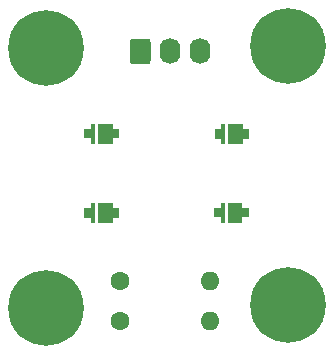
<source format=gbs>
%TF.GenerationSoftware,KiCad,Pcbnew,(5.1.9)-1*%
%TF.CreationDate,2021-09-01T20:21:50+01:00*%
%TF.ProjectId,TSAL LED breakout,5453414c-204c-4454-9420-627265616b6f,rev?*%
%TF.SameCoordinates,Original*%
%TF.FileFunction,Soldermask,Bot*%
%TF.FilePolarity,Negative*%
%FSLAX46Y46*%
G04 Gerber Fmt 4.6, Leading zero omitted, Abs format (unit mm)*
G04 Created by KiCad (PCBNEW (5.1.9)-1) date 2021-09-01 20:21:50*
%MOMM*%
%LPD*%
G01*
G04 APERTURE LIST*
%ADD10O,1.600000X1.600000*%
%ADD11C,1.600000*%
%ADD12C,0.100000*%
%ADD13O,1.740000X2.190000*%
%ADD14C,0.800000*%
%ADD15C,6.400000*%
G04 APERTURE END LIST*
D10*
%TO.C,R2*%
X133120000Y-65400000D03*
D11*
X125500000Y-65400000D03*
%TD*%
D12*
%TO.C,D7*%
G36*
X123095000Y-53800000D02*
G01*
X123095000Y-53350000D01*
X122525000Y-53350000D01*
X122525000Y-52550000D01*
X123095000Y-52550000D01*
X123095000Y-52100000D01*
X123425000Y-52100000D01*
X123425000Y-53800000D01*
X123095000Y-53800000D01*
G37*
G36*
X124905000Y-53350000D02*
G01*
X124905000Y-53800000D01*
X123675000Y-53800000D01*
X123675000Y-52100000D01*
X124905000Y-52100000D01*
X124905000Y-52550000D01*
X125475000Y-52550000D01*
X125475000Y-53350000D01*
X124905000Y-53350000D01*
G37*
%TD*%
%TO.C,D8*%
G36*
X134095200Y-60488800D02*
G01*
X134095200Y-60038800D01*
X133525200Y-60038800D01*
X133525200Y-59238800D01*
X134095200Y-59238800D01*
X134095200Y-58788800D01*
X134425200Y-58788800D01*
X134425200Y-60488800D01*
X134095200Y-60488800D01*
G37*
G36*
X135905200Y-60038800D02*
G01*
X135905200Y-60488800D01*
X134675200Y-60488800D01*
X134675200Y-58788800D01*
X135905200Y-58788800D01*
X135905200Y-59238800D01*
X136475200Y-59238800D01*
X136475200Y-60038800D01*
X135905200Y-60038800D01*
G37*
%TD*%
%TO.C,D4*%
G36*
X134120600Y-53834000D02*
G01*
X134120600Y-53384000D01*
X133550600Y-53384000D01*
X133550600Y-52584000D01*
X134120600Y-52584000D01*
X134120600Y-52134000D01*
X134450600Y-52134000D01*
X134450600Y-53834000D01*
X134120600Y-53834000D01*
G37*
G36*
X135930600Y-53384000D02*
G01*
X135930600Y-53834000D01*
X134700600Y-53834000D01*
X134700600Y-52134000D01*
X135930600Y-52134000D01*
X135930600Y-52584000D01*
X136500600Y-52584000D01*
X136500600Y-53384000D01*
X135930600Y-53384000D01*
G37*
%TD*%
%TO.C,D3*%
G36*
X123097000Y-60514200D02*
G01*
X123097000Y-60064200D01*
X122527000Y-60064200D01*
X122527000Y-59264200D01*
X123097000Y-59264200D01*
X123097000Y-58814200D01*
X123427000Y-58814200D01*
X123427000Y-60514200D01*
X123097000Y-60514200D01*
G37*
G36*
X124907000Y-60064200D02*
G01*
X124907000Y-60514200D01*
X123677000Y-60514200D01*
X123677000Y-58814200D01*
X124907000Y-58814200D01*
X124907000Y-59264200D01*
X125477000Y-59264200D01*
X125477000Y-60064200D01*
X124907000Y-60064200D01*
G37*
%TD*%
D13*
%TO.C,J1*%
X132330000Y-46000000D03*
X129790000Y-46000000D03*
G36*
G01*
X126380000Y-46845001D02*
X126380000Y-45154999D01*
G75*
G02*
X126629999Y-44905000I249999J0D01*
G01*
X127870001Y-44905000D01*
G75*
G02*
X128120000Y-45154999I0J-249999D01*
G01*
X128120000Y-46845001D01*
G75*
G02*
X127870001Y-47095000I-249999J0D01*
G01*
X126629999Y-47095000D01*
G75*
G02*
X126380000Y-46845001I0J249999D01*
G01*
G37*
%TD*%
D14*
%TO.C,H2*%
X141447056Y-65802944D03*
X139750000Y-65100000D03*
X138052944Y-65802944D03*
X137350000Y-67500000D03*
X138052944Y-69197056D03*
X139750000Y-69900000D03*
X141447056Y-69197056D03*
X142150000Y-67500000D03*
D15*
X139750000Y-67500000D03*
%TD*%
%TO.C,H1*%
X139750000Y-45500000D03*
D14*
X142150000Y-45500000D03*
X141447056Y-47197056D03*
X139750000Y-47900000D03*
X138052944Y-47197056D03*
X137350000Y-45500000D03*
X138052944Y-43802944D03*
X139750000Y-43100000D03*
X141447056Y-43802944D03*
%TD*%
D15*
%TO.C,H3*%
X119250000Y-67697000D03*
D14*
X121650000Y-67697000D03*
X120947056Y-69394056D03*
X119250000Y-70097000D03*
X117552944Y-69394056D03*
X116850000Y-67697000D03*
X117552944Y-65999944D03*
X119250000Y-65297000D03*
X120947056Y-65999944D03*
%TD*%
%TO.C,H4*%
X120947056Y-44000000D03*
X119250000Y-43297056D03*
X117552944Y-44000000D03*
X116850000Y-45697056D03*
X117552944Y-47394112D03*
X119250000Y-48097056D03*
X120947056Y-47394112D03*
X121650000Y-45697056D03*
D15*
X119250000Y-45697056D03*
%TD*%
D11*
%TO.C,R1*%
X125500000Y-68800000D03*
D10*
X133120000Y-68800000D03*
%TD*%
M02*

</source>
